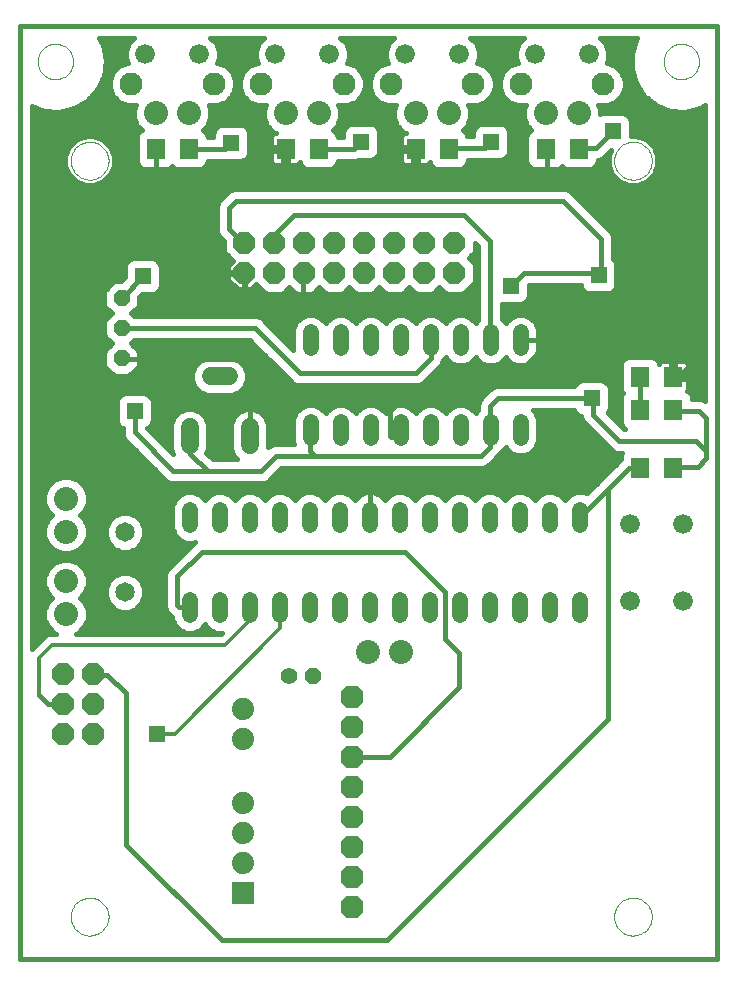
<source format=gtl>
G75*
G70*
%OFA0B0*%
%FSLAX24Y24*%
%IPPOS*%
%LPD*%
%AMOC8*
5,1,8,0,0,1.08239X$1,22.5*
%
%ADD10C,0.0160*%
%ADD11C,0.0520*%
%ADD12C,0.0650*%
%ADD13R,0.0630X0.0709*%
%ADD14C,0.0660*%
%ADD15C,0.0768*%
%ADD16OC8,0.0760*%
%ADD17C,0.0800*%
%ADD18C,0.0000*%
%ADD19OC8,0.0740*%
%ADD20R,0.0740X0.0740*%
%ADD21C,0.0740*%
%ADD22OC8,0.0520*%
%ADD23OC8,0.0560*%
%ADD24C,0.0560*%
%ADD25C,0.0600*%
%ADD26R,0.0560X0.0560*%
%ADD27C,0.0120*%
D10*
X000519Y000180D02*
X023747Y000180D01*
X023747Y031282D01*
X000519Y031282D01*
X000519Y000180D01*
X004062Y003999D02*
X007251Y000810D01*
X012763Y000810D01*
X020125Y008172D01*
X020125Y015849D01*
X019180Y014904D01*
X018684Y015477D02*
X018676Y015497D01*
X018513Y015660D01*
X018300Y015748D01*
X018069Y015748D01*
X017856Y015660D01*
X017693Y015497D01*
X017684Y015477D01*
X017676Y015497D01*
X017513Y015660D01*
X017300Y015748D01*
X017069Y015748D01*
X016856Y015660D01*
X016693Y015497D01*
X016684Y015477D01*
X016676Y015497D01*
X016513Y015660D01*
X016300Y015748D01*
X016069Y015748D01*
X015856Y015660D01*
X015693Y015497D01*
X015684Y015477D01*
X015676Y015497D01*
X015513Y015660D01*
X015300Y015748D01*
X015069Y015748D01*
X014856Y015660D01*
X014693Y015497D01*
X014684Y015477D01*
X014676Y015497D01*
X014513Y015660D01*
X014300Y015748D01*
X014069Y015748D01*
X013856Y015660D01*
X013693Y015497D01*
X013684Y015477D01*
X013676Y015497D01*
X013513Y015660D01*
X013300Y015748D01*
X013069Y015748D01*
X012856Y015660D01*
X012693Y015497D01*
X012684Y015477D01*
X012676Y015497D01*
X012513Y015660D01*
X012300Y015748D01*
X012069Y015748D01*
X011856Y015660D01*
X011693Y015497D01*
X011684Y015477D01*
X011676Y015497D01*
X011513Y015660D01*
X011300Y015748D01*
X011069Y015748D01*
X010856Y015660D01*
X010693Y015497D01*
X010684Y015477D01*
X010676Y015497D01*
X010513Y015660D01*
X010300Y015748D01*
X010069Y015748D01*
X009856Y015660D01*
X009693Y015497D01*
X009684Y015477D01*
X009676Y015497D01*
X009513Y015660D01*
X009300Y015748D01*
X009069Y015748D01*
X008856Y015660D01*
X008693Y015497D01*
X008684Y015477D01*
X008676Y015497D01*
X008513Y015660D01*
X008300Y015748D01*
X008069Y015748D01*
X007856Y015660D01*
X007693Y015497D01*
X007684Y015477D01*
X007676Y015497D01*
X007513Y015660D01*
X007300Y015748D01*
X007069Y015748D01*
X006856Y015660D01*
X006693Y015497D01*
X006684Y015477D01*
X006676Y015497D01*
X006513Y015660D01*
X006300Y015748D01*
X006069Y015748D01*
X005856Y015660D01*
X005693Y015497D01*
X005604Y015284D01*
X005604Y014533D01*
X005693Y014320D01*
X005856Y014157D01*
X006069Y014068D01*
X006300Y014068D01*
X006338Y014084D01*
X005416Y013162D01*
X005355Y013015D01*
X005355Y011911D01*
X005416Y011764D01*
X005529Y011652D01*
X005604Y011576D01*
X005604Y011533D01*
X005693Y011320D01*
X005856Y011157D01*
X006069Y011068D01*
X006300Y011068D01*
X006513Y011157D01*
X006676Y011320D01*
X006684Y011340D01*
X006693Y011320D01*
X006856Y011157D01*
X007069Y011068D01*
X007248Y011068D01*
X007212Y011032D01*
X002379Y011032D01*
X002462Y011067D01*
X002665Y011269D01*
X002774Y011534D01*
X002774Y011820D01*
X002665Y012085D01*
X002523Y012227D01*
X002665Y012369D01*
X002774Y012634D01*
X002774Y012920D01*
X002665Y013185D01*
X002462Y013388D01*
X002198Y013497D01*
X001911Y013497D01*
X001646Y013388D01*
X001444Y013185D01*
X001334Y012920D01*
X001334Y012634D01*
X001444Y012369D01*
X001586Y012227D01*
X001444Y012085D01*
X001334Y011820D01*
X001334Y011534D01*
X001444Y011269D01*
X001646Y011067D01*
X001730Y011032D01*
X001506Y011032D01*
X001367Y010975D01*
X001260Y010868D01*
X000913Y010521D01*
X000913Y028626D01*
X001326Y028463D01*
X001826Y028426D01*
X002314Y028537D01*
X002747Y028788D01*
X002747Y028788D01*
X003088Y029155D01*
X003305Y029606D01*
X003380Y030101D01*
X003305Y030596D01*
X003165Y030889D01*
X004334Y030889D01*
X004334Y030889D01*
X004151Y030706D01*
X004052Y030467D01*
X004052Y030208D01*
X004115Y030057D01*
X004080Y030057D01*
X003821Y029950D01*
X003623Y029752D01*
X003516Y029493D01*
X003516Y029213D01*
X003623Y028955D01*
X003821Y028757D01*
X004080Y028649D01*
X004360Y028649D01*
X004390Y028662D01*
X004328Y028512D01*
X004328Y028226D01*
X004437Y027961D01*
X004575Y027824D01*
X004550Y027813D01*
X004460Y027723D01*
X004411Y027606D01*
X004411Y026770D01*
X004460Y026652D01*
X004550Y026562D01*
X004668Y026514D01*
X005425Y026514D01*
X005543Y026562D01*
X005598Y026617D01*
X005653Y026562D01*
X005770Y026514D01*
X006527Y026514D01*
X006645Y026562D01*
X006735Y026652D01*
X006784Y026770D01*
X006784Y026788D01*
X007215Y026788D01*
X007222Y026785D01*
X007910Y026785D01*
X008027Y026833D01*
X008117Y026923D01*
X008166Y027041D01*
X008166Y027728D01*
X008117Y027846D01*
X008027Y027936D01*
X007910Y027985D01*
X007222Y027985D01*
X007105Y027936D01*
X007015Y027846D01*
X006966Y027728D01*
X006966Y027588D01*
X006784Y027588D01*
X006784Y027606D01*
X006735Y027723D01*
X006645Y027813D01*
X006621Y027824D01*
X006758Y027961D01*
X006868Y028226D01*
X006868Y028512D01*
X006806Y028662D01*
X006836Y028649D01*
X007116Y028649D01*
X007374Y028757D01*
X007572Y028955D01*
X007679Y029213D01*
X007679Y029493D01*
X007572Y029752D01*
X007374Y029950D01*
X007116Y030057D01*
X007081Y030057D01*
X007143Y030208D01*
X007143Y030467D01*
X007044Y030706D01*
X006862Y030889D01*
X006861Y030889D01*
X008665Y030889D01*
X008664Y030889D01*
X008482Y030706D01*
X008383Y030467D01*
X008383Y030208D01*
X008445Y030057D01*
X008410Y030057D01*
X008152Y029950D01*
X007954Y029752D01*
X007847Y029493D01*
X007847Y029213D01*
X007954Y028955D01*
X008152Y028757D01*
X008410Y028649D01*
X008690Y028649D01*
X008720Y028662D01*
X008658Y028512D01*
X008658Y028226D01*
X008768Y027961D01*
X008970Y027759D01*
X008153Y027759D01*
X008166Y027601D02*
X008891Y027601D01*
X008894Y027612D02*
X008882Y027566D01*
X008882Y027265D01*
X009300Y027265D01*
X009300Y027110D01*
X009455Y027110D01*
X009455Y026654D01*
X009716Y026654D01*
X009762Y026666D01*
X009803Y026690D01*
X009836Y026723D01*
X009852Y026751D01*
X009893Y026652D01*
X009983Y026562D01*
X010101Y026514D01*
X010858Y026514D01*
X010976Y026562D01*
X011066Y026652D01*
X011114Y026770D01*
X011114Y026788D01*
X011740Y026788D01*
X011828Y026824D01*
X012241Y026824D01*
X012358Y026873D01*
X012448Y026963D01*
X012497Y027080D01*
X012497Y027768D01*
X012448Y027885D01*
X012358Y027975D01*
X012241Y028024D01*
X011553Y028024D01*
X011436Y027975D01*
X011346Y027885D01*
X011297Y027768D01*
X011297Y027588D01*
X011114Y027588D01*
X011114Y027606D01*
X011066Y027723D01*
X010976Y027813D01*
X010951Y027824D01*
X011089Y027961D01*
X011198Y028226D01*
X011198Y028512D01*
X011136Y028662D01*
X011166Y028649D01*
X011446Y028649D01*
X011705Y028757D01*
X011903Y028955D01*
X012010Y029213D01*
X012010Y029493D01*
X011903Y029752D01*
X011705Y029950D01*
X011446Y030057D01*
X011411Y030057D01*
X011474Y030208D01*
X011474Y030467D01*
X011375Y030706D01*
X011192Y030889D01*
X012996Y030889D01*
X012995Y030889D01*
X012812Y030706D01*
X012713Y030467D01*
X012713Y030208D01*
X012776Y030057D01*
X012741Y030057D01*
X012482Y029950D01*
X012284Y029752D01*
X012177Y029493D01*
X012177Y029213D01*
X012284Y028955D01*
X012482Y028757D01*
X012741Y028649D01*
X013021Y028649D01*
X013051Y028662D01*
X012989Y028512D01*
X012989Y028226D01*
X013099Y027961D01*
X013301Y027759D01*
X012497Y027759D01*
X012497Y027601D02*
X013222Y027601D01*
X013225Y027612D02*
X013213Y027566D01*
X013213Y027265D01*
X013630Y027265D01*
X013630Y027110D01*
X013785Y027110D01*
X013785Y026654D01*
X014047Y026654D01*
X014092Y026666D01*
X014133Y026690D01*
X014167Y026723D01*
X014183Y026751D01*
X014224Y026652D01*
X014314Y026562D01*
X014432Y026514D01*
X015189Y026514D01*
X015306Y026562D01*
X015396Y026652D01*
X015445Y026770D01*
X015445Y026827D01*
X015876Y026827D01*
X015884Y026824D01*
X016571Y026824D01*
X016689Y026873D01*
X016779Y026963D01*
X016828Y027080D01*
X016828Y027768D01*
X016779Y027885D01*
X016689Y027975D01*
X016571Y028024D01*
X015884Y028024D01*
X015766Y027975D01*
X015676Y027885D01*
X015628Y027768D01*
X015628Y027627D01*
X015436Y027627D01*
X015396Y027723D01*
X015306Y027813D01*
X015282Y027824D01*
X015419Y027961D01*
X015529Y028226D01*
X015529Y028512D01*
X015467Y028662D01*
X015497Y028649D01*
X015777Y028649D01*
X016036Y028757D01*
X016234Y028955D01*
X016341Y029213D01*
X016341Y029493D01*
X016234Y029752D01*
X016036Y029950D01*
X015777Y030057D01*
X015742Y030057D01*
X015805Y030208D01*
X015805Y030467D01*
X015706Y030706D01*
X015523Y030889D01*
X015523Y030889D01*
X017326Y030889D01*
X017326Y030889D01*
X017143Y030706D01*
X017044Y030467D01*
X017044Y030208D01*
X017107Y030057D01*
X017072Y030057D01*
X016813Y029950D01*
X016615Y029752D01*
X016508Y029493D01*
X016508Y029213D01*
X016615Y028955D01*
X016813Y028757D01*
X017072Y028649D01*
X017352Y028649D01*
X017382Y028662D01*
X017320Y028512D01*
X017320Y028226D01*
X017429Y027961D01*
X017567Y027824D01*
X017542Y027813D01*
X017452Y027723D01*
X017404Y027606D01*
X017404Y026770D01*
X017452Y026652D01*
X017542Y026562D01*
X017660Y026514D01*
X018417Y026514D01*
X018535Y026562D01*
X018590Y026617D01*
X018645Y026562D01*
X018762Y026514D01*
X019520Y026514D01*
X019637Y026562D01*
X019727Y026652D01*
X019776Y026770D01*
X019776Y026827D01*
X019811Y026827D01*
X019958Y026888D01*
X020225Y027155D01*
X020142Y026955D01*
X020142Y026633D01*
X020265Y026335D01*
X020493Y026108D01*
X020791Y025984D01*
X021113Y025984D01*
X021411Y026108D01*
X021639Y026335D01*
X021762Y026633D01*
X021762Y026955D01*
X021639Y027253D01*
X021411Y027481D01*
X021113Y027604D01*
X020883Y027604D01*
X020883Y028122D01*
X020834Y028240D01*
X020744Y028330D01*
X020626Y028378D01*
X019939Y028378D01*
X019860Y028346D01*
X019860Y028512D01*
X019798Y028662D01*
X019828Y028649D01*
X020108Y028649D01*
X020366Y028757D01*
X020564Y028955D01*
X020672Y029213D01*
X020672Y029493D01*
X020564Y029752D01*
X020366Y029950D01*
X020108Y030057D01*
X020073Y030057D01*
X020135Y030208D01*
X020135Y030467D01*
X020036Y030706D01*
X019854Y030889D01*
X019853Y030889D01*
X021092Y030889D01*
X021053Y030830D01*
X020905Y030352D01*
X020905Y029851D01*
X021053Y029372D01*
X021335Y028959D01*
X021726Y028646D01*
X021726Y028646D01*
X022192Y028463D01*
X022192Y028463D01*
X022692Y028426D01*
X023180Y028537D01*
X023354Y028638D01*
X023354Y018799D01*
X023236Y018848D01*
X022926Y018848D01*
X022926Y018905D01*
X022877Y019023D01*
X022787Y019113D01*
X022751Y019127D01*
X022773Y019166D01*
X022786Y019211D01*
X022786Y019512D01*
X022368Y019512D01*
X022368Y019667D01*
X022213Y019667D01*
X022213Y020124D01*
X021952Y020124D01*
X021906Y020112D01*
X021865Y020088D01*
X021832Y020054D01*
X021815Y020026D01*
X021774Y020125D01*
X021684Y020215D01*
X021567Y020264D01*
X020810Y020264D01*
X020692Y020215D01*
X020602Y020125D01*
X020553Y020007D01*
X020553Y019171D01*
X020602Y019054D01*
X020618Y019038D01*
X020602Y019023D01*
X020553Y018905D01*
X020553Y018069D01*
X020602Y017951D01*
X020690Y017863D01*
X020645Y017863D01*
X020107Y018401D01*
X020125Y018420D01*
X020174Y018537D01*
X020174Y019224D01*
X020125Y019342D01*
X020035Y019432D01*
X019918Y019481D01*
X019230Y019481D01*
X019113Y019432D01*
X019023Y019342D01*
X018997Y019281D01*
X016384Y019281D01*
X016237Y019220D01*
X015962Y018944D01*
X015849Y018832D01*
X015788Y018685D01*
X015788Y018474D01*
X015716Y018402D01*
X015708Y018382D01*
X015700Y018402D01*
X015536Y018566D01*
X015323Y018654D01*
X015093Y018654D01*
X014879Y018566D01*
X014716Y018402D01*
X014708Y018382D01*
X014700Y018402D01*
X014536Y018566D01*
X014323Y018654D01*
X014093Y018654D01*
X013879Y018566D01*
X013716Y018402D01*
X013708Y018382D01*
X013700Y018402D01*
X013536Y018566D01*
X013323Y018654D01*
X013093Y018654D01*
X012879Y018566D01*
X012716Y018402D01*
X012708Y018382D01*
X012700Y018402D01*
X012536Y018566D01*
X012323Y018654D01*
X012093Y018654D01*
X011879Y018566D01*
X011716Y018402D01*
X011708Y018382D01*
X011700Y018402D01*
X011536Y018566D01*
X011323Y018654D01*
X011093Y018654D01*
X010879Y018566D01*
X010716Y018402D01*
X010708Y018382D01*
X010700Y018402D01*
X010536Y018566D01*
X010323Y018654D01*
X010093Y018654D01*
X009879Y018566D01*
X009716Y018402D01*
X009628Y018189D01*
X009628Y017438D01*
X009664Y017352D01*
X008983Y017352D01*
X008836Y017291D01*
X008792Y017248D01*
X008792Y018029D01*
X008698Y018256D01*
X008524Y018431D01*
X008296Y018525D01*
X008049Y018525D01*
X007821Y018431D01*
X007647Y018256D01*
X007552Y018029D01*
X007552Y017182D01*
X007647Y016954D01*
X007761Y016840D01*
X006944Y016840D01*
X006737Y017047D01*
X006792Y017182D01*
X006792Y018029D01*
X006698Y018256D01*
X006524Y018431D01*
X006296Y018525D01*
X006049Y018525D01*
X005821Y018431D01*
X005647Y018256D01*
X005552Y018029D01*
X005552Y017182D01*
X005617Y017025D01*
X004762Y017881D01*
X004799Y017896D01*
X004889Y017986D01*
X004938Y018104D01*
X004938Y018791D01*
X004889Y018909D01*
X004799Y018999D01*
X004681Y019048D01*
X003994Y019048D01*
X003877Y018999D01*
X003787Y018909D01*
X003738Y018791D01*
X003738Y018104D01*
X003787Y017986D01*
X003877Y017896D01*
X003938Y017871D01*
X003938Y017659D01*
X003999Y017512D01*
X004111Y017400D01*
X005410Y016101D01*
X005557Y016040D01*
X008630Y016040D01*
X008777Y016101D01*
X008889Y016213D01*
X009228Y016552D01*
X015953Y016552D01*
X016100Y016613D01*
X016212Y016725D01*
X016527Y017040D01*
X016536Y017062D01*
X016700Y017225D01*
X016708Y017245D01*
X016716Y017225D01*
X016879Y017062D01*
X017093Y016974D01*
X017323Y016974D01*
X017536Y017062D01*
X017700Y017225D01*
X017788Y017438D01*
X017788Y018189D01*
X017700Y018402D01*
X017621Y018481D01*
X018997Y018481D01*
X019023Y018420D01*
X019113Y018330D01*
X019213Y018288D01*
X019213Y018250D01*
X019274Y018103D01*
X020140Y017237D01*
X020140Y017237D01*
X020253Y017124D01*
X020400Y017063D01*
X020589Y017063D01*
X020553Y016976D01*
X020553Y016843D01*
X019899Y016188D01*
X019786Y016076D01*
X019412Y015702D01*
X019300Y015748D01*
X019069Y015748D01*
X018856Y015660D01*
X018693Y015497D01*
X018684Y015477D01*
X018618Y015555D02*
X018750Y015555D01*
X018984Y015713D02*
X018385Y015713D01*
X017984Y015713D02*
X017385Y015713D01*
X017618Y015555D02*
X017750Y015555D01*
X016984Y015713D02*
X016385Y015713D01*
X016618Y015555D02*
X016750Y015555D01*
X015984Y015713D02*
X015385Y015713D01*
X015618Y015555D02*
X015750Y015555D01*
X014984Y015713D02*
X014385Y015713D01*
X014618Y015555D02*
X014750Y015555D01*
X013984Y015713D02*
X013385Y015713D01*
X013618Y015555D02*
X013750Y015555D01*
X012984Y015713D02*
X012385Y015713D01*
X012172Y015731D02*
X011857Y016046D01*
X004810Y016046D01*
X003275Y017582D01*
X002251Y017582D01*
X001661Y016991D01*
X001911Y016253D02*
X001646Y016144D01*
X001444Y015941D01*
X001334Y015676D01*
X001334Y015390D01*
X001444Y015125D01*
X001586Y014983D01*
X001444Y014841D01*
X001334Y014576D01*
X001334Y014290D01*
X001444Y014025D01*
X001646Y013823D01*
X001911Y013713D01*
X002198Y013713D01*
X002462Y013823D01*
X002665Y014025D01*
X002774Y014290D01*
X002774Y014576D01*
X002665Y014841D01*
X002523Y014983D01*
X002665Y015125D01*
X002774Y015390D01*
X002774Y015676D01*
X002665Y015941D01*
X002462Y016144D01*
X002198Y016253D01*
X001911Y016253D01*
X001755Y016189D02*
X000913Y016189D01*
X000913Y016347D02*
X005164Y016347D01*
X005006Y016506D02*
X000913Y016506D01*
X000913Y016664D02*
X004847Y016664D01*
X004689Y016823D02*
X000913Y016823D01*
X000913Y016981D02*
X004530Y016981D01*
X004372Y017140D02*
X000913Y017140D01*
X000913Y017298D02*
X004213Y017298D01*
X004055Y017457D02*
X000913Y017457D01*
X000913Y017615D02*
X003956Y017615D01*
X003938Y017774D02*
X000913Y017774D01*
X000913Y017932D02*
X003841Y017932D01*
X003743Y018091D02*
X000913Y018091D01*
X000913Y018249D02*
X003738Y018249D01*
X003738Y018408D02*
X000913Y018408D01*
X000913Y018566D02*
X003738Y018566D01*
X003738Y018725D02*
X000913Y018725D01*
X000913Y018883D02*
X003776Y018883D01*
X003979Y019042D02*
X000913Y019042D01*
X000913Y019200D02*
X006401Y019200D01*
X006347Y019254D02*
X006521Y019080D01*
X006749Y018985D01*
X007596Y018985D01*
X007824Y019080D01*
X007998Y019254D01*
X008092Y019482D01*
X008092Y019729D01*
X007998Y019956D01*
X007824Y020131D01*
X007596Y020225D01*
X006749Y020225D01*
X006521Y020131D01*
X006347Y019956D01*
X006252Y019729D01*
X006252Y019482D01*
X006347Y019254D01*
X006304Y019359D02*
X000913Y019359D01*
X000913Y019517D02*
X006252Y019517D01*
X006252Y019676D02*
X004197Y019676D01*
X004145Y019624D02*
X004485Y019963D01*
X004485Y020444D01*
X004225Y020704D01*
X004325Y020804D01*
X008188Y020804D01*
X008324Y020668D01*
X009511Y019481D01*
X009623Y019368D01*
X009770Y019308D01*
X013787Y019308D01*
X013934Y019368D01*
X014446Y019880D01*
X014559Y019993D01*
X014620Y020140D01*
X014620Y020145D01*
X014700Y020225D01*
X014708Y020245D01*
X014716Y020225D01*
X014879Y020062D01*
X015093Y019974D01*
X015323Y019974D01*
X015536Y020062D01*
X015700Y020225D01*
X015708Y020245D01*
X015716Y020225D01*
X015879Y020062D01*
X016093Y019974D01*
X016323Y019974D01*
X016536Y020062D01*
X016700Y020225D01*
X016708Y020245D01*
X016716Y020225D01*
X016879Y020062D01*
X017093Y019974D01*
X017323Y019974D01*
X017536Y020062D01*
X017700Y020225D01*
X017788Y020438D01*
X017788Y021189D01*
X017700Y021402D01*
X017536Y021566D01*
X017323Y021654D01*
X017093Y021654D01*
X016879Y021566D01*
X016716Y021402D01*
X016708Y021382D01*
X016700Y021402D01*
X016588Y021514D01*
X016588Y022021D01*
X017241Y022021D01*
X017358Y022070D01*
X017448Y022160D01*
X017497Y022277D01*
X017497Y022654D01*
X019210Y022654D01*
X019210Y022632D01*
X019259Y022514D01*
X019349Y022424D01*
X019467Y022375D01*
X020154Y022375D01*
X020272Y022424D01*
X020362Y022514D01*
X020410Y022632D01*
X020410Y023319D01*
X020362Y023437D01*
X020289Y023509D01*
X020289Y024275D01*
X020228Y024422D01*
X018968Y025682D01*
X018856Y025795D01*
X018709Y025856D01*
X007644Y025856D01*
X007497Y025795D01*
X007261Y025558D01*
X007148Y025446D01*
X007087Y025299D01*
X007087Y024431D01*
X007148Y024284D01*
X007261Y024172D01*
X007309Y024123D01*
X007309Y023768D01*
X007622Y023455D01*
X007449Y023282D01*
X007449Y023074D01*
X007979Y023074D01*
X007979Y023034D01*
X007449Y023034D01*
X007449Y022826D01*
X007771Y022504D01*
X007979Y022504D01*
X007979Y023034D01*
X008019Y023034D01*
X008019Y022504D01*
X008227Y022504D01*
X008400Y022677D01*
X008713Y022364D01*
X009285Y022364D01*
X009499Y022578D01*
X009713Y022364D01*
X010285Y022364D01*
X010499Y022578D01*
X010713Y022364D01*
X011285Y022364D01*
X011499Y022578D01*
X011713Y022364D01*
X012285Y022364D01*
X012499Y022578D01*
X012713Y022364D01*
X013285Y022364D01*
X013499Y022578D01*
X013713Y022364D01*
X014285Y022364D01*
X014499Y022578D01*
X014713Y022364D01*
X015285Y022364D01*
X015689Y022768D01*
X015689Y023340D01*
X015475Y023554D01*
X015689Y023768D01*
X015689Y024050D01*
X015788Y023951D01*
X015788Y021474D01*
X015716Y021402D01*
X015708Y021382D01*
X015700Y021402D01*
X015536Y021566D01*
X015323Y021654D01*
X015093Y021654D01*
X014879Y021566D01*
X014716Y021402D01*
X014708Y021382D01*
X014700Y021402D01*
X014536Y021566D01*
X014323Y021654D01*
X014093Y021654D01*
X013879Y021566D01*
X013716Y021402D01*
X013708Y021382D01*
X013700Y021402D01*
X013536Y021566D01*
X013323Y021654D01*
X013093Y021654D01*
X012879Y021566D01*
X012716Y021402D01*
X012708Y021382D01*
X012700Y021402D01*
X012536Y021566D01*
X012323Y021654D01*
X012093Y021654D01*
X011879Y021566D01*
X011716Y021402D01*
X011708Y021382D01*
X011700Y021402D01*
X011536Y021566D01*
X011323Y021654D01*
X011093Y021654D01*
X010879Y021566D01*
X010716Y021402D01*
X010708Y021382D01*
X010700Y021402D01*
X010536Y021566D01*
X010323Y021654D01*
X010093Y021654D01*
X009879Y021566D01*
X009716Y021402D01*
X009628Y021189D01*
X009628Y020495D01*
X008889Y021233D01*
X008580Y021543D01*
X008433Y021604D01*
X004325Y021604D01*
X004225Y021704D01*
X004485Y021963D01*
X004485Y022242D01*
X004579Y022336D01*
X004957Y022336D01*
X005075Y022385D01*
X005165Y022475D01*
X005213Y022592D01*
X005213Y023280D01*
X005165Y023397D01*
X005075Y023487D01*
X004957Y023536D01*
X004270Y023536D01*
X004152Y023487D01*
X004062Y023397D01*
X004013Y023280D01*
X004013Y022902D01*
X003895Y022784D01*
X003664Y022784D01*
X003325Y022444D01*
X003325Y021963D01*
X003584Y021704D01*
X003325Y021444D01*
X003325Y020963D01*
X003584Y020704D01*
X003325Y020444D01*
X003325Y019963D01*
X003664Y019624D01*
X004145Y019624D01*
X004355Y019834D02*
X006296Y019834D01*
X006383Y019993D02*
X004485Y019993D01*
X004485Y020151D02*
X006570Y020151D01*
X006613Y019042D02*
X004696Y019042D01*
X004900Y018883D02*
X015900Y018883D01*
X015805Y018725D02*
X004938Y018725D01*
X004938Y018566D02*
X009880Y018566D01*
X009721Y018408D02*
X008547Y018408D01*
X008701Y018249D02*
X009653Y018249D01*
X009628Y018091D02*
X008767Y018091D01*
X008792Y017932D02*
X009628Y017932D01*
X009628Y017774D02*
X008792Y017774D01*
X008792Y017615D02*
X009628Y017615D01*
X009628Y017457D02*
X008792Y017457D01*
X008792Y017298D02*
X008853Y017298D01*
X009062Y016952D02*
X008550Y016440D01*
X006779Y016440D01*
X006188Y017030D01*
X006188Y017621D01*
X005552Y017615D02*
X005028Y017615D01*
X005186Y017457D02*
X005552Y017457D01*
X005552Y017298D02*
X005345Y017298D01*
X005503Y017140D02*
X005570Y017140D01*
X005552Y017774D02*
X004869Y017774D01*
X004835Y017932D02*
X005552Y017932D01*
X005578Y018091D02*
X004932Y018091D01*
X004938Y018249D02*
X005644Y018249D01*
X005798Y018408D02*
X004938Y018408D01*
X004338Y018448D02*
X004338Y017739D01*
X005637Y016440D01*
X006779Y016440D01*
X006803Y016981D02*
X007636Y016981D01*
X007570Y017140D02*
X006775Y017140D01*
X006792Y017298D02*
X007552Y017298D01*
X007552Y017457D02*
X006792Y017457D01*
X006792Y017615D02*
X007552Y017615D01*
X007552Y017774D02*
X006792Y017774D01*
X006792Y017932D02*
X007552Y017932D01*
X007578Y018091D02*
X006767Y018091D01*
X006701Y018249D02*
X007644Y018249D01*
X007798Y018408D02*
X006547Y018408D01*
X007732Y019042D02*
X016059Y019042D01*
X016217Y019200D02*
X007944Y019200D01*
X008041Y019359D02*
X009647Y019359D01*
X009613Y019314D02*
X008590Y019314D01*
X008196Y018920D01*
X008196Y017582D01*
X009062Y016952D02*
X010361Y016952D01*
X015873Y016952D01*
X016188Y017267D01*
X016188Y017778D01*
X016188Y017818D02*
X016188Y018605D01*
X016464Y018881D01*
X019574Y018881D01*
X019613Y018881D02*
X019613Y018330D01*
X020480Y017463D01*
X023039Y017463D01*
X023393Y017109D01*
X023393Y018211D01*
X023157Y018448D01*
X022251Y018448D01*
X022782Y019200D02*
X023354Y019200D01*
X023354Y019042D02*
X022858Y019042D01*
X022926Y018883D02*
X023354Y018883D01*
X023354Y019359D02*
X022786Y019359D01*
X022786Y019667D02*
X022368Y019667D01*
X022368Y020124D01*
X022629Y020124D01*
X022675Y020112D01*
X022716Y020088D01*
X022750Y020054D01*
X022773Y020013D01*
X022786Y019967D01*
X022786Y019667D01*
X022786Y019676D02*
X023354Y019676D01*
X023354Y019834D02*
X022786Y019834D01*
X022802Y019904D02*
X022487Y019589D01*
X022291Y019589D01*
X022368Y019517D02*
X023354Y019517D01*
X023354Y019993D02*
X022779Y019993D01*
X022802Y019904D02*
X022802Y020377D01*
X020401Y022778D01*
X020401Y024471D01*
X019023Y025849D01*
X006779Y025849D01*
X006543Y025613D01*
X006543Y023408D01*
X006897Y023054D01*
X007999Y023054D01*
X007979Y023004D02*
X008019Y023004D01*
X008019Y022846D02*
X007979Y022846D01*
X007979Y022687D02*
X008019Y022687D01*
X008019Y022529D02*
X007979Y022529D01*
X007747Y022529D02*
X005187Y022529D01*
X005213Y022687D02*
X007588Y022687D01*
X007449Y022846D02*
X005213Y022846D01*
X005213Y023004D02*
X007449Y023004D01*
X007449Y023163D02*
X005213Y023163D01*
X005196Y023321D02*
X007488Y023321D01*
X007598Y023480D02*
X005082Y023480D01*
X004613Y022936D02*
X003905Y022227D01*
X003568Y022687D02*
X000913Y022687D01*
X000913Y022529D02*
X003409Y022529D01*
X003325Y022370D02*
X000913Y022370D01*
X000913Y022212D02*
X003325Y022212D01*
X003325Y022053D02*
X000913Y022053D01*
X000913Y021895D02*
X003394Y021895D01*
X003552Y021736D02*
X000913Y021736D01*
X000913Y021578D02*
X003458Y021578D01*
X003325Y021419D02*
X000913Y021419D01*
X000913Y021261D02*
X003325Y021261D01*
X003325Y021102D02*
X000913Y021102D01*
X000913Y020944D02*
X003345Y020944D01*
X003503Y020785D02*
X000913Y020785D01*
X000913Y020627D02*
X003507Y020627D01*
X003349Y020468D02*
X000913Y020468D01*
X000913Y020310D02*
X003325Y020310D01*
X003325Y020151D02*
X000913Y020151D01*
X000913Y019993D02*
X003325Y019993D01*
X003454Y019834D02*
X000913Y019834D01*
X000913Y019676D02*
X003613Y019676D01*
X003944Y020180D02*
X004850Y020180D01*
X002251Y017582D01*
X002354Y016189D02*
X005323Y016189D01*
X005750Y015555D02*
X002774Y015555D01*
X002759Y015713D02*
X005984Y015713D01*
X006385Y015713D02*
X006984Y015713D01*
X006750Y015555D02*
X006618Y015555D01*
X007385Y015713D02*
X007984Y015713D01*
X007750Y015555D02*
X007618Y015555D01*
X008385Y015713D02*
X008984Y015713D01*
X008750Y015555D02*
X008618Y015555D01*
X008865Y016189D02*
X019899Y016189D01*
X020057Y016347D02*
X009023Y016347D01*
X009182Y016506D02*
X020216Y016506D01*
X020374Y016664D02*
X016151Y016664D01*
X016310Y016823D02*
X020533Y016823D01*
X020555Y016981D02*
X017341Y016981D01*
X017075Y016981D02*
X016468Y016981D01*
X016614Y017140D02*
X016802Y017140D01*
X017614Y017140D02*
X020238Y017140D01*
X020079Y017298D02*
X017730Y017298D01*
X017788Y017457D02*
X019921Y017457D01*
X019762Y017615D02*
X017788Y017615D01*
X017788Y017774D02*
X019604Y017774D01*
X019445Y017932D02*
X017788Y017932D01*
X017788Y018091D02*
X019287Y018091D01*
X019214Y018249D02*
X017763Y018249D01*
X017694Y018408D02*
X019035Y018408D01*
X019039Y019359D02*
X013910Y019359D01*
X013708Y019314D02*
X012842Y018448D01*
X012842Y017621D01*
X012881Y017582D01*
X013157Y017582D01*
X013196Y017621D01*
X013196Y017818D01*
X012721Y018408D02*
X012694Y018408D01*
X012535Y018566D02*
X012880Y018566D01*
X013535Y018566D02*
X013880Y018566D01*
X013721Y018408D02*
X013694Y018408D01*
X014535Y018566D02*
X014880Y018566D01*
X014721Y018408D02*
X014694Y018408D01*
X015535Y018566D02*
X015788Y018566D01*
X015721Y018408D02*
X015694Y018408D01*
X016739Y019314D02*
X013708Y019314D01*
X009613Y019314D01*
X008747Y020180D01*
X004850Y020180D01*
X004485Y020310D02*
X008682Y020310D01*
X008523Y020468D02*
X004461Y020468D01*
X004302Y020627D02*
X008365Y020627D01*
X008206Y020785D02*
X004306Y020785D01*
X003905Y021204D02*
X008354Y021204D01*
X008550Y021007D01*
X009850Y019708D01*
X013708Y019708D01*
X014220Y020219D01*
X014220Y020810D01*
X014683Y021419D02*
X014733Y021419D01*
X014908Y021578D02*
X014508Y021578D01*
X013908Y021578D02*
X013508Y021578D01*
X013683Y021419D02*
X013733Y021419D01*
X013707Y022370D02*
X013291Y022370D01*
X013450Y022529D02*
X013549Y022529D01*
X014291Y022370D02*
X014707Y022370D01*
X014549Y022529D02*
X014450Y022529D01*
X015291Y022370D02*
X015788Y022370D01*
X015788Y022212D02*
X004485Y022212D01*
X004485Y022053D02*
X015788Y022053D01*
X015788Y021895D02*
X004416Y021895D01*
X004257Y021736D02*
X015788Y021736D01*
X015788Y021578D02*
X015508Y021578D01*
X015683Y021419D02*
X015733Y021419D01*
X016188Y020810D02*
X016188Y024117D01*
X015322Y024983D01*
X009653Y024983D01*
X009535Y024865D01*
X009456Y024786D01*
X008983Y024314D01*
X008983Y024038D01*
X007999Y024038D02*
X007960Y024038D01*
X007487Y024511D01*
X007487Y024826D01*
X007487Y024904D01*
X007487Y025219D01*
X007724Y025456D01*
X018629Y025456D01*
X019889Y024196D01*
X019889Y023054D01*
X019810Y022975D01*
X019731Y023054D01*
X017330Y023054D01*
X016897Y022621D01*
X017497Y022529D02*
X019253Y022529D01*
X020289Y023638D02*
X023354Y023638D01*
X023354Y023480D02*
X020319Y023480D01*
X020409Y023321D02*
X023354Y023321D01*
X023354Y023163D02*
X020410Y023163D01*
X020410Y023004D02*
X023354Y023004D01*
X023354Y022846D02*
X020410Y022846D01*
X020401Y022778D02*
X020401Y022503D01*
X018708Y020810D01*
X018235Y020810D01*
X016739Y019314D01*
X017047Y019993D02*
X016368Y019993D01*
X016625Y020151D02*
X016790Y020151D01*
X017212Y020810D02*
X018235Y020810D01*
X017788Y020785D02*
X023354Y020785D01*
X023354Y020627D02*
X017788Y020627D01*
X017788Y020468D02*
X023354Y020468D01*
X023354Y020310D02*
X017734Y020310D01*
X017625Y020151D02*
X020628Y020151D01*
X020553Y019993D02*
X017368Y019993D01*
X017788Y020944D02*
X023354Y020944D01*
X023354Y021102D02*
X017788Y021102D01*
X017758Y021261D02*
X023354Y021261D01*
X023354Y021419D02*
X017683Y021419D01*
X017508Y021578D02*
X023354Y021578D01*
X023354Y021736D02*
X016588Y021736D01*
X016588Y021578D02*
X016908Y021578D01*
X016733Y021419D02*
X016683Y021419D01*
X016588Y021895D02*
X023354Y021895D01*
X023354Y022053D02*
X017318Y022053D01*
X017470Y022212D02*
X023354Y022212D01*
X023354Y022370D02*
X017497Y022370D01*
X018708Y020810D02*
X018747Y020810D01*
X020109Y019359D02*
X020553Y019359D01*
X020553Y019517D02*
X014083Y019517D01*
X014242Y019676D02*
X020553Y019676D01*
X020553Y019834D02*
X014400Y019834D01*
X014559Y019993D02*
X015047Y019993D01*
X014790Y020151D02*
X014625Y020151D01*
X015368Y019993D02*
X016047Y019993D01*
X015790Y020151D02*
X015625Y020151D01*
X015788Y022529D02*
X015450Y022529D01*
X015608Y022687D02*
X015788Y022687D01*
X015788Y022846D02*
X015689Y022846D01*
X015689Y023004D02*
X015788Y023004D01*
X015788Y023163D02*
X015689Y023163D01*
X015689Y023321D02*
X015788Y023321D01*
X015788Y023480D02*
X015549Y023480D01*
X015559Y023638D02*
X015788Y023638D01*
X015788Y023797D02*
X015689Y023797D01*
X015689Y023955D02*
X015784Y023955D01*
X014023Y026243D02*
X013708Y026558D01*
X013708Y027188D01*
X013630Y027125D02*
X012497Y027125D01*
X012497Y027284D02*
X013213Y027284D01*
X013213Y027442D02*
X012497Y027442D01*
X012416Y027918D02*
X013142Y027918D01*
X013051Y028076D02*
X011136Y028076D01*
X011198Y028235D02*
X012989Y028235D01*
X012989Y028393D02*
X011198Y028393D01*
X011182Y028552D02*
X013005Y028552D01*
X012595Y028710D02*
X011593Y028710D01*
X011817Y028869D02*
X012370Y028869D01*
X012254Y029027D02*
X011933Y029027D01*
X011999Y029186D02*
X012189Y029186D01*
X012177Y029344D02*
X012010Y029344D01*
X012006Y029503D02*
X012181Y029503D01*
X012247Y029661D02*
X011941Y029661D01*
X011835Y029820D02*
X012352Y029820D01*
X012550Y029978D02*
X011637Y029978D01*
X011444Y030137D02*
X012743Y030137D01*
X012713Y030295D02*
X011474Y030295D01*
X011474Y030454D02*
X012713Y030454D01*
X012774Y030612D02*
X011414Y030612D01*
X011310Y030771D02*
X012877Y030771D01*
X011192Y030889D02*
X011192Y030889D01*
X011045Y027918D02*
X011378Y027918D01*
X011297Y027759D02*
X011030Y027759D01*
X011114Y027601D02*
X011297Y027601D01*
X011661Y027188D02*
X011897Y027424D01*
X011661Y027188D02*
X010480Y027188D01*
X011063Y026650D02*
X014227Y026650D01*
X014023Y026243D02*
X009653Y026243D01*
X009377Y026519D01*
X009377Y027188D01*
X009300Y027125D02*
X008166Y027125D01*
X008166Y027284D02*
X008882Y027284D01*
X008882Y027442D02*
X008166Y027442D01*
X008046Y027918D02*
X008812Y027918D01*
X008720Y028076D02*
X006806Y028076D01*
X006868Y028235D02*
X008658Y028235D01*
X008658Y028393D02*
X006868Y028393D01*
X006851Y028552D02*
X008675Y028552D01*
X008264Y028710D02*
X007262Y028710D01*
X007486Y028869D02*
X008040Y028869D01*
X007924Y029027D02*
X007602Y029027D01*
X007668Y029186D02*
X007858Y029186D01*
X007847Y029344D02*
X007679Y029344D01*
X007676Y029503D02*
X007850Y029503D01*
X007916Y029661D02*
X007610Y029661D01*
X007505Y029820D02*
X008021Y029820D01*
X008220Y029978D02*
X007306Y029978D01*
X007114Y030137D02*
X008412Y030137D01*
X008383Y030295D02*
X007143Y030295D01*
X007143Y030454D02*
X008383Y030454D01*
X008443Y030612D02*
X007083Y030612D01*
X006979Y030771D02*
X008547Y030771D01*
X008970Y027759D02*
X009058Y027722D01*
X009039Y027722D01*
X008993Y027710D01*
X008952Y027686D01*
X008918Y027653D01*
X008894Y027612D01*
X008882Y027110D02*
X008882Y026810D01*
X008894Y026764D01*
X008918Y026723D01*
X008952Y026690D01*
X008993Y026666D01*
X009039Y026654D01*
X009300Y026654D01*
X009300Y027110D01*
X008882Y027110D01*
X008882Y026967D02*
X008135Y026967D01*
X007966Y026808D02*
X008883Y026808D01*
X009300Y026808D02*
X009455Y026808D01*
X009455Y026967D02*
X009300Y026967D01*
X009896Y026650D02*
X006732Y026650D01*
X006188Y027188D02*
X007369Y027188D01*
X007566Y027385D01*
X006966Y027601D02*
X006784Y027601D01*
X006699Y027759D02*
X006979Y027759D01*
X007086Y027918D02*
X006714Y027918D01*
X005046Y026479D02*
X005283Y026243D01*
X009653Y026243D01*
X007439Y023638D02*
X000913Y023638D01*
X000913Y023480D02*
X004144Y023480D01*
X004031Y023321D02*
X000913Y023321D01*
X000913Y023163D02*
X004013Y023163D01*
X004013Y023004D02*
X000913Y023004D01*
X000913Y022846D02*
X003957Y022846D01*
X005039Y022370D02*
X008707Y022370D01*
X008549Y022529D02*
X008252Y022529D01*
X008496Y021578D02*
X009908Y021578D01*
X009733Y021419D02*
X008704Y021419D01*
X008862Y021261D02*
X009657Y021261D01*
X009628Y021102D02*
X009021Y021102D01*
X009179Y020944D02*
X009628Y020944D01*
X009628Y020785D02*
X009338Y020785D01*
X009496Y020627D02*
X009628Y020627D01*
X008999Y019993D02*
X007962Y019993D01*
X008049Y019834D02*
X009157Y019834D01*
X009316Y019676D02*
X008092Y019676D01*
X008092Y019517D02*
X009474Y019517D01*
X008840Y020151D02*
X007775Y020151D01*
X007409Y021991D02*
X009810Y021991D01*
X009968Y022149D01*
X009968Y023054D01*
X009549Y022529D02*
X009450Y022529D01*
X009291Y022370D02*
X009707Y022370D01*
X010291Y022370D02*
X010707Y022370D01*
X010549Y022529D02*
X010450Y022529D01*
X011291Y022370D02*
X011707Y022370D01*
X011549Y022529D02*
X011450Y022529D01*
X012291Y022370D02*
X012707Y022370D01*
X012549Y022529D02*
X012450Y022529D01*
X012508Y021578D02*
X012908Y021578D01*
X012733Y021419D02*
X012683Y021419D01*
X011908Y021578D02*
X011508Y021578D01*
X011683Y021419D02*
X011733Y021419D01*
X010908Y021578D02*
X010508Y021578D01*
X010683Y021419D02*
X010733Y021419D01*
X010880Y018566D02*
X010535Y018566D01*
X010694Y018408D02*
X010721Y018408D01*
X010204Y017818D02*
X010204Y017109D01*
X010361Y016952D01*
X010385Y015713D02*
X010984Y015713D01*
X010750Y015555D02*
X010618Y015555D01*
X009984Y015713D02*
X009385Y015713D01*
X009618Y015555D02*
X009750Y015555D01*
X011385Y015713D02*
X011984Y015713D01*
X012172Y015731D02*
X012172Y014904D01*
X011750Y015555D02*
X011618Y015555D01*
X012618Y015555D02*
X012750Y015555D01*
X013354Y013763D02*
X014692Y012424D01*
X014692Y010849D01*
X015165Y010377D01*
X015165Y009235D01*
X012842Y006912D01*
X011582Y006912D01*
X006953Y011117D02*
X006416Y011117D01*
X006631Y011275D02*
X006737Y011275D01*
X005953Y011117D02*
X002512Y011117D01*
X002667Y011275D02*
X005737Y011275D01*
X005645Y011434D02*
X002733Y011434D01*
X002774Y011592D02*
X005588Y011592D01*
X005430Y011751D02*
X002774Y011751D01*
X002738Y011909D02*
X003610Y011909D01*
X003657Y011862D02*
X003895Y011763D01*
X004151Y011763D01*
X004388Y011862D01*
X004570Y012043D01*
X004668Y012280D01*
X004668Y012537D01*
X004570Y012774D01*
X004388Y012955D01*
X004151Y013053D01*
X003895Y013053D01*
X003657Y012955D01*
X003476Y012774D01*
X003378Y012537D01*
X003378Y012280D01*
X003476Y012043D01*
X003657Y011862D01*
X003466Y012068D02*
X002672Y012068D01*
X002524Y012226D02*
X003400Y012226D01*
X003378Y012385D02*
X002671Y012385D01*
X002737Y012543D02*
X003380Y012543D01*
X003446Y012702D02*
X002774Y012702D01*
X002774Y012860D02*
X003562Y012860D01*
X003810Y013019D02*
X002734Y013019D01*
X002668Y013177D02*
X005431Y013177D01*
X005356Y013019D02*
X004235Y013019D01*
X004483Y012860D02*
X005355Y012860D01*
X005355Y012702D02*
X004600Y012702D01*
X004665Y012543D02*
X005355Y012543D01*
X005355Y012385D02*
X004668Y012385D01*
X004645Y012226D02*
X005355Y012226D01*
X005355Y012068D02*
X004580Y012068D01*
X004436Y011909D02*
X005356Y011909D01*
X005755Y011991D02*
X005755Y012936D01*
X006582Y013763D01*
X013354Y013763D01*
X011721Y018408D02*
X011694Y018408D01*
X011535Y018566D02*
X011880Y018566D01*
X007409Y021991D02*
X006543Y022857D01*
X006543Y023408D01*
X007160Y024272D02*
X000913Y024272D01*
X000913Y024114D02*
X007309Y024114D01*
X007261Y024172D02*
X007261Y024172D01*
X007309Y023955D02*
X000913Y023955D01*
X000913Y023797D02*
X007309Y023797D01*
X007088Y024431D02*
X000913Y024431D01*
X000913Y024589D02*
X007087Y024589D01*
X007087Y024748D02*
X000913Y024748D01*
X000913Y024906D02*
X007087Y024906D01*
X007087Y025065D02*
X000913Y025065D01*
X000913Y025223D02*
X007087Y025223D01*
X007122Y025382D02*
X000913Y025382D01*
X000913Y025540D02*
X007242Y025540D01*
X007401Y025699D02*
X000913Y025699D01*
X000913Y025857D02*
X023354Y025857D01*
X023354Y025699D02*
X018952Y025699D01*
X018968Y025682D02*
X018968Y025682D01*
X019110Y025540D02*
X023354Y025540D01*
X023354Y025382D02*
X019269Y025382D01*
X019427Y025223D02*
X023354Y025223D01*
X023354Y025065D02*
X019586Y025065D01*
X019744Y024906D02*
X023354Y024906D01*
X023354Y024748D02*
X019903Y024748D01*
X020061Y024589D02*
X023354Y024589D01*
X023354Y024431D02*
X020220Y024431D01*
X020289Y024272D02*
X023354Y024272D01*
X023354Y024114D02*
X020289Y024114D01*
X020289Y023955D02*
X023354Y023955D01*
X023354Y023797D02*
X020289Y023797D01*
X020410Y022687D02*
X023354Y022687D01*
X023354Y022529D02*
X020368Y022529D01*
X021748Y020151D02*
X023354Y020151D01*
X022802Y020377D02*
X022802Y022700D01*
X019259Y026243D01*
X017842Y026243D01*
X014023Y026243D01*
X013630Y026654D02*
X013630Y027110D01*
X013213Y027110D01*
X013213Y026810D01*
X013225Y026764D01*
X013249Y026723D01*
X013282Y026690D01*
X013323Y026666D01*
X013369Y026654D01*
X013630Y026654D01*
X013630Y026808D02*
X013785Y026808D01*
X013785Y026967D02*
X013630Y026967D01*
X013213Y026967D02*
X012450Y026967D01*
X011789Y026808D02*
X013213Y026808D01*
X013225Y027612D02*
X013249Y027653D01*
X013282Y027686D01*
X013323Y027710D01*
X013369Y027722D01*
X013389Y027722D01*
X013301Y027759D01*
X014810Y027227D02*
X016031Y027227D01*
X016228Y027424D01*
X016828Y027442D02*
X017404Y027442D01*
X017404Y027284D02*
X016828Y027284D01*
X016828Y027125D02*
X017404Y027125D01*
X017404Y026967D02*
X016780Y026967D01*
X016828Y027601D02*
X017404Y027601D01*
X017488Y027759D02*
X016828Y027759D01*
X016747Y027918D02*
X017473Y027918D01*
X017382Y028076D02*
X015467Y028076D01*
X015529Y028235D02*
X017320Y028235D01*
X017320Y028393D02*
X015529Y028393D01*
X015513Y028552D02*
X017336Y028552D01*
X016925Y028710D02*
X015923Y028710D01*
X016148Y028869D02*
X016701Y028869D01*
X016585Y029027D02*
X016264Y029027D01*
X016329Y029186D02*
X016519Y029186D01*
X016508Y029344D02*
X016341Y029344D01*
X016337Y029503D02*
X016512Y029503D01*
X016577Y029661D02*
X016271Y029661D01*
X016166Y029820D02*
X016683Y029820D01*
X016881Y029978D02*
X015968Y029978D01*
X015775Y030137D02*
X017074Y030137D01*
X017044Y030295D02*
X015805Y030295D01*
X015805Y030454D02*
X017044Y030454D01*
X017104Y030612D02*
X015745Y030612D01*
X015641Y030771D02*
X017208Y030771D01*
X015708Y027918D02*
X015376Y027918D01*
X015361Y027759D02*
X015628Y027759D01*
X015445Y026808D02*
X017404Y026808D01*
X017455Y026650D02*
X015394Y026650D01*
X017842Y026243D02*
X018078Y026479D01*
X018078Y027188D01*
X019180Y027227D02*
X019731Y027227D01*
X020283Y027778D01*
X020212Y027125D02*
X020195Y027125D01*
X020147Y026967D02*
X020036Y026967D01*
X020142Y026808D02*
X019776Y026808D01*
X019724Y026650D02*
X020142Y026650D01*
X020201Y026491D02*
X003593Y026491D01*
X003652Y026633D02*
X003528Y026335D01*
X003301Y026108D01*
X003003Y025984D01*
X002681Y025984D01*
X002383Y026108D01*
X002155Y026335D01*
X002032Y026633D01*
X002032Y026955D01*
X002155Y027253D01*
X002383Y027481D01*
X002681Y027604D01*
X003003Y027604D01*
X003301Y027481D01*
X003528Y027253D01*
X003652Y026955D01*
X003652Y026633D01*
X003652Y026650D02*
X004463Y026650D01*
X004411Y026808D02*
X003652Y026808D01*
X003647Y026967D02*
X004411Y026967D01*
X004411Y027125D02*
X003581Y027125D01*
X003498Y027284D02*
X004411Y027284D01*
X004411Y027442D02*
X003339Y027442D01*
X003011Y027601D02*
X004411Y027601D01*
X004496Y027759D02*
X000913Y027759D01*
X000913Y027601D02*
X002672Y027601D01*
X002344Y027442D02*
X000913Y027442D01*
X000913Y027284D02*
X002186Y027284D01*
X002102Y027125D02*
X000913Y027125D01*
X000913Y026967D02*
X002036Y026967D01*
X002032Y026808D02*
X000913Y026808D01*
X000913Y026650D02*
X002032Y026650D01*
X002091Y026491D02*
X000913Y026491D01*
X000913Y026333D02*
X002158Y026333D01*
X002316Y026174D02*
X000913Y026174D01*
X000913Y026016D02*
X002605Y026016D01*
X003078Y026016D02*
X020715Y026016D01*
X020427Y026174D02*
X003367Y026174D01*
X003526Y026333D02*
X020268Y026333D01*
X021189Y026016D02*
X023354Y026016D01*
X023354Y026174D02*
X021477Y026174D01*
X021636Y026333D02*
X023354Y026333D01*
X023354Y026491D02*
X021703Y026491D01*
X021762Y026650D02*
X023354Y026650D01*
X023354Y026808D02*
X021762Y026808D01*
X021757Y026967D02*
X023354Y026967D01*
X023354Y027125D02*
X021692Y027125D01*
X021608Y027284D02*
X023354Y027284D01*
X023354Y027442D02*
X021449Y027442D01*
X021122Y027601D02*
X023354Y027601D01*
X023354Y027759D02*
X020883Y027759D01*
X020883Y027918D02*
X023354Y027918D01*
X023354Y028076D02*
X020883Y028076D01*
X020836Y028235D02*
X023354Y028235D01*
X023354Y028393D02*
X019860Y028393D01*
X019843Y028552D02*
X021968Y028552D01*
X021646Y028710D02*
X020254Y028710D01*
X020478Y028869D02*
X021448Y028869D01*
X021335Y028959D02*
X021335Y028959D01*
X021335Y028959D01*
X021288Y029027D02*
X020594Y029027D01*
X020660Y029186D02*
X021180Y029186D01*
X021072Y029344D02*
X020672Y029344D01*
X020668Y029503D02*
X021012Y029503D01*
X021053Y029372D02*
X021053Y029372D01*
X020963Y029661D02*
X020602Y029661D01*
X020497Y029820D02*
X020915Y029820D01*
X020905Y029978D02*
X020299Y029978D01*
X020106Y030137D02*
X020905Y030137D01*
X020905Y030295D02*
X020135Y030295D01*
X020135Y030454D02*
X020936Y030454D01*
X020985Y030612D02*
X020075Y030612D01*
X019972Y030771D02*
X021034Y030771D01*
X021053Y030830D02*
X021053Y030830D01*
X022692Y028426D02*
X022692Y028426D01*
X023180Y028537D02*
X023180Y028537D01*
X023204Y028552D02*
X023354Y028552D01*
X022368Y019993D02*
X022213Y019993D01*
X022213Y019834D02*
X022368Y019834D01*
X022368Y019676D02*
X022213Y019676D01*
X021188Y019589D02*
X021188Y018605D01*
X020614Y019042D02*
X020174Y019042D01*
X020174Y019200D02*
X020553Y019200D01*
X020553Y018883D02*
X020174Y018883D01*
X020174Y018725D02*
X020553Y018725D01*
X020553Y018566D02*
X020174Y018566D01*
X020113Y018408D02*
X020553Y018408D01*
X020553Y018249D02*
X020260Y018249D01*
X020418Y018091D02*
X020553Y018091D01*
X020577Y017932D02*
X020621Y017932D01*
X020834Y016558D02*
X020125Y015849D01*
X019740Y016030D02*
X002576Y016030D01*
X002693Y015872D02*
X019582Y015872D01*
X019423Y015713D02*
X019385Y015713D01*
X020834Y016558D02*
X021188Y016558D01*
X022291Y016597D02*
X023117Y016597D01*
X023393Y016873D01*
X023393Y017109D01*
X006223Y013970D02*
X004496Y013970D01*
X004570Y014043D02*
X004668Y014280D01*
X004668Y014537D01*
X004570Y014774D01*
X004388Y014955D01*
X004151Y015053D01*
X003895Y015053D01*
X003657Y014955D01*
X003476Y014774D01*
X003378Y014537D01*
X003378Y014280D01*
X003476Y014043D01*
X003657Y013862D01*
X003895Y013763D01*
X004151Y013763D01*
X004388Y013862D01*
X004570Y014043D01*
X004605Y014128D02*
X005925Y014128D01*
X005726Y014287D02*
X004668Y014287D01*
X004668Y014445D02*
X005641Y014445D01*
X005604Y014604D02*
X004640Y014604D01*
X004574Y014762D02*
X005604Y014762D01*
X005604Y014921D02*
X004423Y014921D01*
X003623Y014921D02*
X002585Y014921D01*
X002618Y015079D02*
X005604Y015079D01*
X005604Y015238D02*
X002711Y015238D01*
X002774Y015396D02*
X005651Y015396D01*
X006065Y013811D02*
X004266Y013811D01*
X003779Y013811D02*
X002434Y013811D01*
X002609Y013970D02*
X003549Y013970D01*
X003441Y014128D02*
X002707Y014128D01*
X002773Y014287D02*
X003378Y014287D01*
X003378Y014445D02*
X002774Y014445D01*
X002763Y014604D02*
X003406Y014604D01*
X003471Y014762D02*
X002697Y014762D01*
X001523Y014921D02*
X000913Y014921D01*
X000913Y015079D02*
X001490Y015079D01*
X001397Y015238D02*
X000913Y015238D01*
X000913Y015396D02*
X001334Y015396D01*
X001334Y015555D02*
X000913Y015555D01*
X000913Y015713D02*
X001350Y015713D01*
X001415Y015872D02*
X000913Y015872D01*
X000913Y016030D02*
X001533Y016030D01*
X001411Y014762D02*
X000913Y014762D01*
X000913Y014604D02*
X001346Y014604D01*
X001334Y014445D02*
X000913Y014445D01*
X000913Y014287D02*
X001336Y014287D01*
X001401Y014128D02*
X000913Y014128D01*
X000913Y013970D02*
X001500Y013970D01*
X001675Y013811D02*
X000913Y013811D01*
X000913Y013653D02*
X005906Y013653D01*
X005748Y013494D02*
X002205Y013494D01*
X001903Y013494D02*
X000913Y013494D01*
X000913Y013336D02*
X001594Y013336D01*
X001441Y013177D02*
X000913Y013177D01*
X000913Y013019D02*
X001375Y013019D01*
X001334Y012860D02*
X000913Y012860D01*
X000913Y012702D02*
X001334Y012702D01*
X001372Y012543D02*
X000913Y012543D01*
X000913Y012385D02*
X001438Y012385D01*
X001585Y012226D02*
X000913Y012226D01*
X000913Y012068D02*
X001437Y012068D01*
X001371Y011909D02*
X000913Y011909D01*
X000913Y011751D02*
X001334Y011751D01*
X001334Y011592D02*
X000913Y011592D01*
X000913Y011434D02*
X001376Y011434D01*
X001442Y011275D02*
X000913Y011275D01*
X000913Y011117D02*
X001597Y011117D01*
X001350Y010958D02*
X000913Y010958D01*
X000913Y010800D02*
X001192Y010800D01*
X001033Y010641D02*
X000913Y010641D01*
X001149Y008999D02*
X001464Y008684D01*
X001936Y008684D01*
X002960Y009668D02*
X003432Y009668D01*
X004062Y009038D01*
X004062Y003999D01*
X005834Y011912D02*
X005755Y011991D01*
X005834Y011912D02*
X006188Y011912D01*
X005589Y013336D02*
X002514Y013336D01*
X004338Y018093D02*
X004338Y018448D01*
X005046Y026479D02*
X005046Y027109D01*
X004481Y027918D02*
X000913Y027918D01*
X000913Y028076D02*
X004390Y028076D01*
X004328Y028235D02*
X000913Y028235D01*
X000913Y028393D02*
X004328Y028393D01*
X004344Y028552D02*
X002338Y028552D01*
X002314Y028537D02*
X002314Y028537D01*
X002613Y028710D02*
X003933Y028710D01*
X003709Y028869D02*
X002822Y028869D01*
X002969Y029027D02*
X003593Y029027D01*
X003527Y029186D02*
X003103Y029186D01*
X003088Y029155D02*
X003088Y029155D01*
X003179Y029344D02*
X003516Y029344D01*
X003520Y029503D02*
X003256Y029503D01*
X003305Y029606D02*
X003305Y029606D01*
X003314Y029661D02*
X003585Y029661D01*
X003691Y029820D02*
X003338Y029820D01*
X003361Y029978D02*
X003889Y029978D01*
X004082Y030137D02*
X003375Y030137D01*
X003380Y030101D02*
X003380Y030101D01*
X003351Y030295D02*
X004052Y030295D01*
X004052Y030454D02*
X003327Y030454D01*
X003298Y030612D02*
X004112Y030612D01*
X004216Y030771D02*
X003222Y030771D01*
X001826Y028426D02*
X001826Y028426D01*
X001326Y028463D02*
X001326Y028463D01*
X001102Y028552D02*
X000913Y028552D01*
D11*
X010208Y021074D02*
X010208Y020554D01*
X011208Y020554D02*
X011208Y021074D01*
X012208Y021074D02*
X012208Y020554D01*
X013208Y020554D02*
X013208Y021074D01*
X014208Y021074D02*
X014208Y020554D01*
X015208Y020554D02*
X015208Y021074D01*
X016208Y021074D02*
X016208Y020554D01*
X017208Y020554D02*
X017208Y021074D01*
X017208Y018074D02*
X017208Y017554D01*
X016208Y017554D02*
X016208Y018074D01*
X015208Y018074D02*
X015208Y017554D01*
X014208Y017554D02*
X014208Y018074D01*
X013208Y018074D02*
X013208Y017554D01*
X012208Y017554D02*
X012208Y018074D01*
X011208Y018074D02*
X011208Y017554D01*
X010208Y017554D02*
X010208Y018074D01*
X010184Y015168D02*
X010184Y014648D01*
X009184Y014648D02*
X009184Y015168D01*
X008184Y015168D02*
X008184Y014648D01*
X007184Y014648D02*
X007184Y015168D01*
X006184Y015168D02*
X006184Y014648D01*
X006184Y012168D02*
X006184Y011648D01*
X007184Y011648D02*
X007184Y012168D01*
X008184Y012168D02*
X008184Y011648D01*
X009184Y011648D02*
X009184Y012168D01*
X010184Y012168D02*
X010184Y011648D01*
X011184Y011648D02*
X011184Y012168D01*
X012184Y012168D02*
X012184Y011648D01*
X013184Y011648D02*
X013184Y012168D01*
X014184Y012168D02*
X014184Y011648D01*
X015184Y011648D02*
X015184Y012168D01*
X016184Y012168D02*
X016184Y011648D01*
X017184Y011648D02*
X017184Y012168D01*
X018184Y012168D02*
X018184Y011648D01*
X019184Y011648D02*
X019184Y012168D01*
X019184Y014648D02*
X019184Y015168D01*
X018184Y015168D02*
X018184Y014648D01*
X017184Y014648D02*
X017184Y015168D01*
X016184Y015168D02*
X016184Y014648D01*
X015184Y014648D02*
X015184Y015168D01*
X014184Y015168D02*
X014184Y014648D01*
X013184Y014648D02*
X013184Y015168D01*
X012184Y015168D02*
X012184Y014648D01*
X011184Y014648D02*
X011184Y015168D01*
D12*
X004023Y014408D03*
X004023Y012408D03*
D13*
X005046Y027188D03*
X006149Y027188D03*
X009377Y027188D03*
X010480Y027188D03*
X013708Y027188D03*
X014810Y027188D03*
X018039Y027188D03*
X019141Y027188D03*
X021188Y019589D03*
X021188Y018487D03*
X022291Y018487D03*
X022291Y019589D03*
X022291Y016558D03*
X021188Y016558D03*
D14*
X020854Y014688D03*
X022625Y014688D03*
X022625Y012129D03*
X020854Y012129D03*
X019485Y030337D03*
X017694Y030337D03*
X015155Y030337D03*
X013363Y030337D03*
X010824Y030337D03*
X009033Y030337D03*
X006493Y030337D03*
X004702Y030337D03*
D15*
X004220Y029353D03*
X006976Y029353D03*
X008550Y029353D03*
X011306Y029353D03*
X012881Y029353D03*
X015637Y029353D03*
X017212Y029353D03*
X019968Y029353D03*
D16*
X011598Y008928D03*
X011598Y007928D03*
X011598Y006928D03*
X011598Y005928D03*
X011598Y004928D03*
X011598Y003928D03*
X011598Y002928D03*
X011598Y001928D03*
D17*
X012134Y010416D03*
X013234Y010416D03*
X002054Y011677D03*
X002054Y012777D03*
X002054Y014433D03*
X002054Y015533D03*
X005048Y028369D03*
X006148Y028369D03*
X009378Y028369D03*
X010478Y028369D03*
X013709Y028369D03*
X014809Y028369D03*
X018040Y028369D03*
X019140Y028369D03*
D18*
X020322Y026794D02*
X020324Y026844D01*
X020330Y026894D01*
X020340Y026943D01*
X020354Y026991D01*
X020371Y027038D01*
X020392Y027083D01*
X020417Y027127D01*
X020445Y027168D01*
X020477Y027207D01*
X020511Y027244D01*
X020548Y027278D01*
X020588Y027308D01*
X020630Y027335D01*
X020674Y027359D01*
X020720Y027380D01*
X020767Y027396D01*
X020815Y027409D01*
X020865Y027418D01*
X020914Y027423D01*
X020965Y027424D01*
X021015Y027421D01*
X021064Y027414D01*
X021113Y027403D01*
X021161Y027388D01*
X021207Y027370D01*
X021252Y027348D01*
X021295Y027322D01*
X021336Y027293D01*
X021375Y027261D01*
X021411Y027226D01*
X021443Y027188D01*
X021473Y027148D01*
X021500Y027105D01*
X021523Y027061D01*
X021542Y027015D01*
X021558Y026967D01*
X021570Y026918D01*
X021578Y026869D01*
X021582Y026819D01*
X021582Y026769D01*
X021578Y026719D01*
X021570Y026670D01*
X021558Y026621D01*
X021542Y026573D01*
X021523Y026527D01*
X021500Y026483D01*
X021473Y026440D01*
X021443Y026400D01*
X021411Y026362D01*
X021375Y026327D01*
X021336Y026295D01*
X021295Y026266D01*
X021252Y026240D01*
X021207Y026218D01*
X021161Y026200D01*
X021113Y026185D01*
X021064Y026174D01*
X021015Y026167D01*
X020965Y026164D01*
X020914Y026165D01*
X020865Y026170D01*
X020815Y026179D01*
X020767Y026192D01*
X020720Y026208D01*
X020674Y026229D01*
X020630Y026253D01*
X020588Y026280D01*
X020548Y026310D01*
X020511Y026344D01*
X020477Y026381D01*
X020445Y026420D01*
X020417Y026461D01*
X020392Y026505D01*
X020371Y026550D01*
X020354Y026597D01*
X020340Y026645D01*
X020330Y026694D01*
X020324Y026744D01*
X020322Y026794D01*
X021975Y030101D02*
X021977Y030149D01*
X021983Y030197D01*
X021993Y030244D01*
X022006Y030290D01*
X022024Y030335D01*
X022044Y030379D01*
X022069Y030421D01*
X022097Y030460D01*
X022127Y030497D01*
X022161Y030531D01*
X022198Y030563D01*
X022236Y030592D01*
X022277Y030617D01*
X022320Y030639D01*
X022365Y030657D01*
X022411Y030671D01*
X022458Y030682D01*
X022506Y030689D01*
X022554Y030692D01*
X022602Y030691D01*
X022650Y030686D01*
X022698Y030677D01*
X022744Y030665D01*
X022789Y030648D01*
X022833Y030628D01*
X022875Y030605D01*
X022915Y030578D01*
X022953Y030548D01*
X022988Y030515D01*
X023020Y030479D01*
X023050Y030441D01*
X023076Y030400D01*
X023098Y030357D01*
X023118Y030313D01*
X023133Y030268D01*
X023145Y030221D01*
X023153Y030173D01*
X023157Y030125D01*
X023157Y030077D01*
X023153Y030029D01*
X023145Y029981D01*
X023133Y029934D01*
X023118Y029889D01*
X023098Y029845D01*
X023076Y029802D01*
X023050Y029761D01*
X023020Y029723D01*
X022988Y029687D01*
X022953Y029654D01*
X022915Y029624D01*
X022875Y029597D01*
X022833Y029574D01*
X022789Y029554D01*
X022744Y029537D01*
X022698Y029525D01*
X022650Y029516D01*
X022602Y029511D01*
X022554Y029510D01*
X022506Y029513D01*
X022458Y029520D01*
X022411Y029531D01*
X022365Y029545D01*
X022320Y029563D01*
X022277Y029585D01*
X022236Y029610D01*
X022198Y029639D01*
X022161Y029671D01*
X022127Y029705D01*
X022097Y029742D01*
X022069Y029781D01*
X022044Y029823D01*
X022024Y029867D01*
X022006Y029912D01*
X021993Y029958D01*
X021983Y030005D01*
X021977Y030053D01*
X021975Y030101D01*
X002212Y026794D02*
X002214Y026844D01*
X002220Y026894D01*
X002230Y026943D01*
X002244Y026991D01*
X002261Y027038D01*
X002282Y027083D01*
X002307Y027127D01*
X002335Y027168D01*
X002367Y027207D01*
X002401Y027244D01*
X002438Y027278D01*
X002478Y027308D01*
X002520Y027335D01*
X002564Y027359D01*
X002610Y027380D01*
X002657Y027396D01*
X002705Y027409D01*
X002755Y027418D01*
X002804Y027423D01*
X002855Y027424D01*
X002905Y027421D01*
X002954Y027414D01*
X003003Y027403D01*
X003051Y027388D01*
X003097Y027370D01*
X003142Y027348D01*
X003185Y027322D01*
X003226Y027293D01*
X003265Y027261D01*
X003301Y027226D01*
X003333Y027188D01*
X003363Y027148D01*
X003390Y027105D01*
X003413Y027061D01*
X003432Y027015D01*
X003448Y026967D01*
X003460Y026918D01*
X003468Y026869D01*
X003472Y026819D01*
X003472Y026769D01*
X003468Y026719D01*
X003460Y026670D01*
X003448Y026621D01*
X003432Y026573D01*
X003413Y026527D01*
X003390Y026483D01*
X003363Y026440D01*
X003333Y026400D01*
X003301Y026362D01*
X003265Y026327D01*
X003226Y026295D01*
X003185Y026266D01*
X003142Y026240D01*
X003097Y026218D01*
X003051Y026200D01*
X003003Y026185D01*
X002954Y026174D01*
X002905Y026167D01*
X002855Y026164D01*
X002804Y026165D01*
X002755Y026170D01*
X002705Y026179D01*
X002657Y026192D01*
X002610Y026208D01*
X002564Y026229D01*
X002520Y026253D01*
X002478Y026280D01*
X002438Y026310D01*
X002401Y026344D01*
X002367Y026381D01*
X002335Y026420D01*
X002307Y026461D01*
X002282Y026505D01*
X002261Y026550D01*
X002244Y026597D01*
X002230Y026645D01*
X002220Y026694D01*
X002214Y026744D01*
X002212Y026794D01*
X001109Y030101D02*
X001111Y030149D01*
X001117Y030197D01*
X001127Y030244D01*
X001140Y030290D01*
X001158Y030335D01*
X001178Y030379D01*
X001203Y030421D01*
X001231Y030460D01*
X001261Y030497D01*
X001295Y030531D01*
X001332Y030563D01*
X001370Y030592D01*
X001411Y030617D01*
X001454Y030639D01*
X001499Y030657D01*
X001545Y030671D01*
X001592Y030682D01*
X001640Y030689D01*
X001688Y030692D01*
X001736Y030691D01*
X001784Y030686D01*
X001832Y030677D01*
X001878Y030665D01*
X001923Y030648D01*
X001967Y030628D01*
X002009Y030605D01*
X002049Y030578D01*
X002087Y030548D01*
X002122Y030515D01*
X002154Y030479D01*
X002184Y030441D01*
X002210Y030400D01*
X002232Y030357D01*
X002252Y030313D01*
X002267Y030268D01*
X002279Y030221D01*
X002287Y030173D01*
X002291Y030125D01*
X002291Y030077D01*
X002287Y030029D01*
X002279Y029981D01*
X002267Y029934D01*
X002252Y029889D01*
X002232Y029845D01*
X002210Y029802D01*
X002184Y029761D01*
X002154Y029723D01*
X002122Y029687D01*
X002087Y029654D01*
X002049Y029624D01*
X002009Y029597D01*
X001967Y029574D01*
X001923Y029554D01*
X001878Y029537D01*
X001832Y029525D01*
X001784Y029516D01*
X001736Y029511D01*
X001688Y029510D01*
X001640Y029513D01*
X001592Y029520D01*
X001545Y029531D01*
X001499Y029545D01*
X001454Y029563D01*
X001411Y029585D01*
X001370Y029610D01*
X001332Y029639D01*
X001295Y029671D01*
X001261Y029705D01*
X001231Y029742D01*
X001203Y029781D01*
X001178Y029823D01*
X001158Y029867D01*
X001140Y029912D01*
X001127Y029958D01*
X001117Y030005D01*
X001111Y030053D01*
X001109Y030101D01*
X002212Y001597D02*
X002214Y001647D01*
X002220Y001697D01*
X002230Y001746D01*
X002244Y001794D01*
X002261Y001841D01*
X002282Y001886D01*
X002307Y001930D01*
X002335Y001971D01*
X002367Y002010D01*
X002401Y002047D01*
X002438Y002081D01*
X002478Y002111D01*
X002520Y002138D01*
X002564Y002162D01*
X002610Y002183D01*
X002657Y002199D01*
X002705Y002212D01*
X002755Y002221D01*
X002804Y002226D01*
X002855Y002227D01*
X002905Y002224D01*
X002954Y002217D01*
X003003Y002206D01*
X003051Y002191D01*
X003097Y002173D01*
X003142Y002151D01*
X003185Y002125D01*
X003226Y002096D01*
X003265Y002064D01*
X003301Y002029D01*
X003333Y001991D01*
X003363Y001951D01*
X003390Y001908D01*
X003413Y001864D01*
X003432Y001818D01*
X003448Y001770D01*
X003460Y001721D01*
X003468Y001672D01*
X003472Y001622D01*
X003472Y001572D01*
X003468Y001522D01*
X003460Y001473D01*
X003448Y001424D01*
X003432Y001376D01*
X003413Y001330D01*
X003390Y001286D01*
X003363Y001243D01*
X003333Y001203D01*
X003301Y001165D01*
X003265Y001130D01*
X003226Y001098D01*
X003185Y001069D01*
X003142Y001043D01*
X003097Y001021D01*
X003051Y001003D01*
X003003Y000988D01*
X002954Y000977D01*
X002905Y000970D01*
X002855Y000967D01*
X002804Y000968D01*
X002755Y000973D01*
X002705Y000982D01*
X002657Y000995D01*
X002610Y001011D01*
X002564Y001032D01*
X002520Y001056D01*
X002478Y001083D01*
X002438Y001113D01*
X002401Y001147D01*
X002367Y001184D01*
X002335Y001223D01*
X002307Y001264D01*
X002282Y001308D01*
X002261Y001353D01*
X002244Y001400D01*
X002230Y001448D01*
X002220Y001497D01*
X002214Y001547D01*
X002212Y001597D01*
X020322Y001597D02*
X020324Y001647D01*
X020330Y001697D01*
X020340Y001746D01*
X020354Y001794D01*
X020371Y001841D01*
X020392Y001886D01*
X020417Y001930D01*
X020445Y001971D01*
X020477Y002010D01*
X020511Y002047D01*
X020548Y002081D01*
X020588Y002111D01*
X020630Y002138D01*
X020674Y002162D01*
X020720Y002183D01*
X020767Y002199D01*
X020815Y002212D01*
X020865Y002221D01*
X020914Y002226D01*
X020965Y002227D01*
X021015Y002224D01*
X021064Y002217D01*
X021113Y002206D01*
X021161Y002191D01*
X021207Y002173D01*
X021252Y002151D01*
X021295Y002125D01*
X021336Y002096D01*
X021375Y002064D01*
X021411Y002029D01*
X021443Y001991D01*
X021473Y001951D01*
X021500Y001908D01*
X021523Y001864D01*
X021542Y001818D01*
X021558Y001770D01*
X021570Y001721D01*
X021578Y001672D01*
X021582Y001622D01*
X021582Y001572D01*
X021578Y001522D01*
X021570Y001473D01*
X021558Y001424D01*
X021542Y001376D01*
X021523Y001330D01*
X021500Y001286D01*
X021473Y001243D01*
X021443Y001203D01*
X021411Y001165D01*
X021375Y001130D01*
X021336Y001098D01*
X021295Y001069D01*
X021252Y001043D01*
X021207Y001021D01*
X021161Y001003D01*
X021113Y000988D01*
X021064Y000977D01*
X021015Y000970D01*
X020965Y000967D01*
X020914Y000968D01*
X020865Y000973D01*
X020815Y000982D01*
X020767Y000995D01*
X020720Y001011D01*
X020674Y001032D01*
X020630Y001056D01*
X020588Y001083D01*
X020548Y001113D01*
X020511Y001147D01*
X020477Y001184D01*
X020445Y001223D01*
X020417Y001264D01*
X020392Y001308D01*
X020371Y001353D01*
X020354Y001400D01*
X020340Y001448D01*
X020330Y001497D01*
X020324Y001547D01*
X020322Y001597D01*
D19*
X014999Y023054D03*
X013999Y023054D03*
X012999Y023054D03*
X011999Y023054D03*
X010999Y023054D03*
X009999Y023054D03*
X008999Y023054D03*
X007999Y023054D03*
X007999Y024054D03*
X008999Y024054D03*
X009999Y024054D03*
X010999Y024054D03*
X011999Y024054D03*
X012999Y024054D03*
X013999Y024054D03*
X014999Y024054D03*
X002948Y009684D03*
X002948Y008684D03*
X002948Y007684D03*
X001948Y007684D03*
X001948Y008684D03*
X001948Y009684D03*
D20*
X007960Y002385D03*
D21*
X007960Y003385D03*
X007960Y004385D03*
X007960Y005385D03*
X007960Y007503D03*
X007960Y008503D03*
D22*
X003905Y020204D03*
X003905Y021204D03*
X003905Y022204D03*
D23*
X010289Y009629D03*
D24*
X009489Y009629D03*
D25*
X008172Y017305D02*
X008172Y017905D01*
X007472Y019605D02*
X006872Y019605D01*
X006172Y017905D02*
X006172Y017305D01*
D26*
X004338Y018448D03*
X001661Y016991D03*
X004613Y022936D03*
X007566Y027385D03*
X011897Y027424D03*
X016228Y027424D03*
X019810Y022975D03*
X016897Y022621D03*
X019574Y018881D03*
X020283Y027778D03*
X005086Y007700D03*
D27*
X005676Y007700D01*
X009180Y011204D01*
X009180Y011912D01*
X008196Y011912D02*
X008196Y011479D01*
X007369Y010652D01*
X001582Y010652D01*
X001149Y010219D01*
X001149Y008999D01*
M02*

</source>
